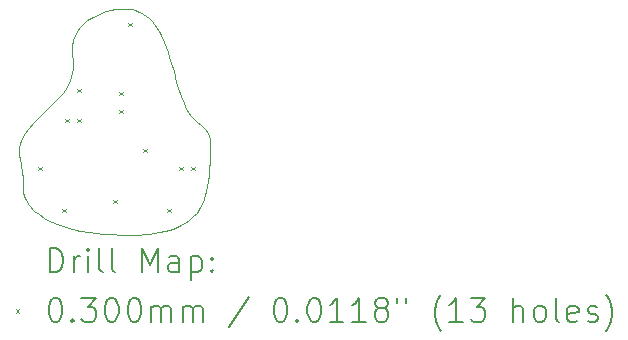
<source format=gbr>
%TF.GenerationSoftware,KiCad,Pcbnew,9.0.6*%
%TF.CreationDate,2026-01-01T02:54:19-05:00*%
%TF.ProjectId,Project Resonator Crossover Circuit PCB,50726f6a-6563-4742-9052-65736f6e6174,rev?*%
%TF.SameCoordinates,Original*%
%TF.FileFunction,Drillmap*%
%TF.FilePolarity,Positive*%
%FSLAX45Y45*%
G04 Gerber Fmt 4.5, Leading zero omitted, Abs format (unit mm)*
G04 Created by KiCad (PCBNEW 9.0.6) date 2026-01-01 02:54:19*
%MOMM*%
%LPD*%
G01*
G04 APERTURE LIST*
%ADD10C,0.050000*%
%ADD11C,0.200000*%
%ADD12C,0.100000*%
G04 APERTURE END LIST*
D10*
X15940000Y-8680000D02*
X15970000Y-8682500D01*
X15995000Y-8690000D01*
X16027500Y-8702500D01*
X16050000Y-8712500D01*
X16062500Y-8720000D01*
X16087500Y-8737500D01*
X16110000Y-8755000D01*
X16135000Y-8782500D01*
X16155000Y-8805000D01*
X16195000Y-8865000D01*
X16217500Y-8902500D01*
X16240000Y-8960000D01*
X16270000Y-9042500D01*
X16282500Y-9085000D01*
X16300000Y-9142500D01*
X16320000Y-9207500D01*
X16342500Y-9297500D01*
X16360000Y-9352500D01*
X16385000Y-9420000D01*
X16405000Y-9475000D01*
X16427500Y-9527500D01*
X16465000Y-9585000D01*
X16507500Y-9632500D01*
X16560000Y-9675000D01*
X16587500Y-9700000D01*
X16612500Y-9730000D01*
X16622500Y-9755000D01*
X16630000Y-9782500D01*
X16632500Y-9837500D01*
X16632500Y-9910000D01*
X16627500Y-9967500D01*
X16622500Y-10037500D01*
X16617500Y-10087500D01*
X16610000Y-10137500D01*
X16597500Y-10222500D01*
X16590000Y-10257500D01*
X16567500Y-10312500D01*
X16545000Y-10360000D01*
X16515000Y-10410000D01*
X16487500Y-10437500D01*
X16440000Y-10475000D01*
X16365000Y-10520000D01*
X16317500Y-10540000D01*
X16247500Y-10560000D01*
X16195000Y-10572500D01*
X16110000Y-10585000D01*
X15987500Y-10595000D01*
X15875000Y-10595000D01*
X15797500Y-10590000D01*
X15737500Y-10585000D01*
X15652500Y-10575000D01*
X15615000Y-10570000D01*
X15530000Y-10557500D01*
X15492500Y-10550000D01*
X15437500Y-10535000D01*
X15357500Y-10507500D01*
X15265000Y-10472500D01*
X15222500Y-10447500D01*
X15177500Y-10417500D01*
X15140000Y-10390000D01*
X15097500Y-10337500D01*
X15072500Y-10302500D01*
X15057500Y-10265000D01*
X15047500Y-10227500D01*
X15045000Y-10155000D01*
X15042500Y-10100000D01*
X15037500Y-10067500D01*
X15027500Y-9995000D01*
X15020000Y-9955000D01*
X15015000Y-9920000D01*
X15015000Y-9855000D01*
X15022500Y-9820000D01*
X15030000Y-9797500D01*
X15055000Y-9737500D01*
X15092500Y-9687500D01*
X15130000Y-9645000D01*
X15172500Y-9600000D01*
X15282500Y-9495000D01*
X15385000Y-9390000D01*
X15415000Y-9345000D01*
X15445000Y-9280000D01*
X15455000Y-9257500D01*
X15465000Y-9185000D01*
X15465000Y-9135000D01*
X15462500Y-9040000D01*
X15460000Y-9005000D01*
X15472500Y-8937500D01*
X15490000Y-8892500D01*
X15500000Y-8870000D01*
X15527500Y-8832500D01*
X15552500Y-8810000D01*
X15590000Y-8777500D01*
X15605000Y-8767500D01*
X15640000Y-8747500D01*
X15677500Y-8730000D01*
X15725000Y-8710000D01*
X15785000Y-8690000D01*
X15832500Y-8682500D01*
X15862500Y-8680000D01*
X15902500Y-8677500D01*
X15940000Y-8680000D01*
D11*
D12*
X15174200Y-10018000D02*
X15204200Y-10048000D01*
X15204200Y-10018000D02*
X15174200Y-10048000D01*
X15377400Y-10373600D02*
X15407400Y-10403600D01*
X15407400Y-10373600D02*
X15377400Y-10403600D01*
X15402800Y-9611600D02*
X15432800Y-9641600D01*
X15432800Y-9611600D02*
X15402800Y-9641600D01*
X15504400Y-9357600D02*
X15534400Y-9387600D01*
X15534400Y-9357600D02*
X15504400Y-9387600D01*
X15504400Y-9611600D02*
X15534400Y-9641600D01*
X15534400Y-9611600D02*
X15504400Y-9641600D01*
X15809200Y-10297400D02*
X15839200Y-10327400D01*
X15839200Y-10297400D02*
X15809200Y-10327400D01*
X15860000Y-9383000D02*
X15890000Y-9413000D01*
X15890000Y-9383000D02*
X15860000Y-9413000D01*
X15860000Y-9535400D02*
X15890000Y-9565400D01*
X15890000Y-9535400D02*
X15860000Y-9565400D01*
X15936200Y-8798800D02*
X15966200Y-8828800D01*
X15966200Y-8798800D02*
X15936200Y-8828800D01*
X16063200Y-9865600D02*
X16093200Y-9895600D01*
X16093200Y-9865600D02*
X16063200Y-9895600D01*
X16266400Y-10373600D02*
X16296400Y-10403600D01*
X16296400Y-10373600D02*
X16266400Y-10403600D01*
X16368000Y-10018000D02*
X16398000Y-10048000D01*
X16398000Y-10018000D02*
X16368000Y-10048000D01*
X16469600Y-10018000D02*
X16499600Y-10048000D01*
X16499600Y-10018000D02*
X16469600Y-10048000D01*
D11*
X15273277Y-10908984D02*
X15273277Y-10708984D01*
X15273277Y-10708984D02*
X15320896Y-10708984D01*
X15320896Y-10708984D02*
X15349467Y-10718508D01*
X15349467Y-10718508D02*
X15368515Y-10737555D01*
X15368515Y-10737555D02*
X15378039Y-10756603D01*
X15378039Y-10756603D02*
X15387562Y-10794698D01*
X15387562Y-10794698D02*
X15387562Y-10823270D01*
X15387562Y-10823270D02*
X15378039Y-10861365D01*
X15378039Y-10861365D02*
X15368515Y-10880412D01*
X15368515Y-10880412D02*
X15349467Y-10899460D01*
X15349467Y-10899460D02*
X15320896Y-10908984D01*
X15320896Y-10908984D02*
X15273277Y-10908984D01*
X15473277Y-10908984D02*
X15473277Y-10775650D01*
X15473277Y-10813746D02*
X15482801Y-10794698D01*
X15482801Y-10794698D02*
X15492324Y-10785174D01*
X15492324Y-10785174D02*
X15511372Y-10775650D01*
X15511372Y-10775650D02*
X15530420Y-10775650D01*
X15597086Y-10908984D02*
X15597086Y-10775650D01*
X15597086Y-10708984D02*
X15587562Y-10718508D01*
X15587562Y-10718508D02*
X15597086Y-10728031D01*
X15597086Y-10728031D02*
X15606610Y-10718508D01*
X15606610Y-10718508D02*
X15597086Y-10708984D01*
X15597086Y-10708984D02*
X15597086Y-10728031D01*
X15720896Y-10908984D02*
X15701848Y-10899460D01*
X15701848Y-10899460D02*
X15692324Y-10880412D01*
X15692324Y-10880412D02*
X15692324Y-10708984D01*
X15825658Y-10908984D02*
X15806610Y-10899460D01*
X15806610Y-10899460D02*
X15797086Y-10880412D01*
X15797086Y-10880412D02*
X15797086Y-10708984D01*
X16054229Y-10908984D02*
X16054229Y-10708984D01*
X16054229Y-10708984D02*
X16120896Y-10851841D01*
X16120896Y-10851841D02*
X16187562Y-10708984D01*
X16187562Y-10708984D02*
X16187562Y-10908984D01*
X16368515Y-10908984D02*
X16368515Y-10804222D01*
X16368515Y-10804222D02*
X16358991Y-10785174D01*
X16358991Y-10785174D02*
X16339943Y-10775650D01*
X16339943Y-10775650D02*
X16301848Y-10775650D01*
X16301848Y-10775650D02*
X16282801Y-10785174D01*
X16368515Y-10899460D02*
X16349467Y-10908984D01*
X16349467Y-10908984D02*
X16301848Y-10908984D01*
X16301848Y-10908984D02*
X16282801Y-10899460D01*
X16282801Y-10899460D02*
X16273277Y-10880412D01*
X16273277Y-10880412D02*
X16273277Y-10861365D01*
X16273277Y-10861365D02*
X16282801Y-10842317D01*
X16282801Y-10842317D02*
X16301848Y-10832793D01*
X16301848Y-10832793D02*
X16349467Y-10832793D01*
X16349467Y-10832793D02*
X16368515Y-10823270D01*
X16463753Y-10775650D02*
X16463753Y-10975650D01*
X16463753Y-10785174D02*
X16482801Y-10775650D01*
X16482801Y-10775650D02*
X16520896Y-10775650D01*
X16520896Y-10775650D02*
X16539943Y-10785174D01*
X16539943Y-10785174D02*
X16549467Y-10794698D01*
X16549467Y-10794698D02*
X16558991Y-10813746D01*
X16558991Y-10813746D02*
X16558991Y-10870889D01*
X16558991Y-10870889D02*
X16549467Y-10889936D01*
X16549467Y-10889936D02*
X16539943Y-10899460D01*
X16539943Y-10899460D02*
X16520896Y-10908984D01*
X16520896Y-10908984D02*
X16482801Y-10908984D01*
X16482801Y-10908984D02*
X16463753Y-10899460D01*
X16644705Y-10889936D02*
X16654229Y-10899460D01*
X16654229Y-10899460D02*
X16644705Y-10908984D01*
X16644705Y-10908984D02*
X16635182Y-10899460D01*
X16635182Y-10899460D02*
X16644705Y-10889936D01*
X16644705Y-10889936D02*
X16644705Y-10908984D01*
X16644705Y-10785174D02*
X16654229Y-10794698D01*
X16654229Y-10794698D02*
X16644705Y-10804222D01*
X16644705Y-10804222D02*
X16635182Y-10794698D01*
X16635182Y-10794698D02*
X16644705Y-10785174D01*
X16644705Y-10785174D02*
X16644705Y-10804222D01*
D12*
X14982500Y-11222500D02*
X15012500Y-11252500D01*
X15012500Y-11222500D02*
X14982500Y-11252500D01*
D11*
X15311372Y-11128984D02*
X15330420Y-11128984D01*
X15330420Y-11128984D02*
X15349467Y-11138508D01*
X15349467Y-11138508D02*
X15358991Y-11148031D01*
X15358991Y-11148031D02*
X15368515Y-11167079D01*
X15368515Y-11167079D02*
X15378039Y-11205174D01*
X15378039Y-11205174D02*
X15378039Y-11252793D01*
X15378039Y-11252793D02*
X15368515Y-11290888D01*
X15368515Y-11290888D02*
X15358991Y-11309936D01*
X15358991Y-11309936D02*
X15349467Y-11319460D01*
X15349467Y-11319460D02*
X15330420Y-11328984D01*
X15330420Y-11328984D02*
X15311372Y-11328984D01*
X15311372Y-11328984D02*
X15292324Y-11319460D01*
X15292324Y-11319460D02*
X15282801Y-11309936D01*
X15282801Y-11309936D02*
X15273277Y-11290888D01*
X15273277Y-11290888D02*
X15263753Y-11252793D01*
X15263753Y-11252793D02*
X15263753Y-11205174D01*
X15263753Y-11205174D02*
X15273277Y-11167079D01*
X15273277Y-11167079D02*
X15282801Y-11148031D01*
X15282801Y-11148031D02*
X15292324Y-11138508D01*
X15292324Y-11138508D02*
X15311372Y-11128984D01*
X15463753Y-11309936D02*
X15473277Y-11319460D01*
X15473277Y-11319460D02*
X15463753Y-11328984D01*
X15463753Y-11328984D02*
X15454229Y-11319460D01*
X15454229Y-11319460D02*
X15463753Y-11309936D01*
X15463753Y-11309936D02*
X15463753Y-11328984D01*
X15539943Y-11128984D02*
X15663753Y-11128984D01*
X15663753Y-11128984D02*
X15597086Y-11205174D01*
X15597086Y-11205174D02*
X15625658Y-11205174D01*
X15625658Y-11205174D02*
X15644705Y-11214698D01*
X15644705Y-11214698D02*
X15654229Y-11224222D01*
X15654229Y-11224222D02*
X15663753Y-11243269D01*
X15663753Y-11243269D02*
X15663753Y-11290888D01*
X15663753Y-11290888D02*
X15654229Y-11309936D01*
X15654229Y-11309936D02*
X15644705Y-11319460D01*
X15644705Y-11319460D02*
X15625658Y-11328984D01*
X15625658Y-11328984D02*
X15568515Y-11328984D01*
X15568515Y-11328984D02*
X15549467Y-11319460D01*
X15549467Y-11319460D02*
X15539943Y-11309936D01*
X15787562Y-11128984D02*
X15806610Y-11128984D01*
X15806610Y-11128984D02*
X15825658Y-11138508D01*
X15825658Y-11138508D02*
X15835182Y-11148031D01*
X15835182Y-11148031D02*
X15844705Y-11167079D01*
X15844705Y-11167079D02*
X15854229Y-11205174D01*
X15854229Y-11205174D02*
X15854229Y-11252793D01*
X15854229Y-11252793D02*
X15844705Y-11290888D01*
X15844705Y-11290888D02*
X15835182Y-11309936D01*
X15835182Y-11309936D02*
X15825658Y-11319460D01*
X15825658Y-11319460D02*
X15806610Y-11328984D01*
X15806610Y-11328984D02*
X15787562Y-11328984D01*
X15787562Y-11328984D02*
X15768515Y-11319460D01*
X15768515Y-11319460D02*
X15758991Y-11309936D01*
X15758991Y-11309936D02*
X15749467Y-11290888D01*
X15749467Y-11290888D02*
X15739943Y-11252793D01*
X15739943Y-11252793D02*
X15739943Y-11205174D01*
X15739943Y-11205174D02*
X15749467Y-11167079D01*
X15749467Y-11167079D02*
X15758991Y-11148031D01*
X15758991Y-11148031D02*
X15768515Y-11138508D01*
X15768515Y-11138508D02*
X15787562Y-11128984D01*
X15978039Y-11128984D02*
X15997086Y-11128984D01*
X15997086Y-11128984D02*
X16016134Y-11138508D01*
X16016134Y-11138508D02*
X16025658Y-11148031D01*
X16025658Y-11148031D02*
X16035182Y-11167079D01*
X16035182Y-11167079D02*
X16044705Y-11205174D01*
X16044705Y-11205174D02*
X16044705Y-11252793D01*
X16044705Y-11252793D02*
X16035182Y-11290888D01*
X16035182Y-11290888D02*
X16025658Y-11309936D01*
X16025658Y-11309936D02*
X16016134Y-11319460D01*
X16016134Y-11319460D02*
X15997086Y-11328984D01*
X15997086Y-11328984D02*
X15978039Y-11328984D01*
X15978039Y-11328984D02*
X15958991Y-11319460D01*
X15958991Y-11319460D02*
X15949467Y-11309936D01*
X15949467Y-11309936D02*
X15939943Y-11290888D01*
X15939943Y-11290888D02*
X15930420Y-11252793D01*
X15930420Y-11252793D02*
X15930420Y-11205174D01*
X15930420Y-11205174D02*
X15939943Y-11167079D01*
X15939943Y-11167079D02*
X15949467Y-11148031D01*
X15949467Y-11148031D02*
X15958991Y-11138508D01*
X15958991Y-11138508D02*
X15978039Y-11128984D01*
X16130420Y-11328984D02*
X16130420Y-11195650D01*
X16130420Y-11214698D02*
X16139943Y-11205174D01*
X16139943Y-11205174D02*
X16158991Y-11195650D01*
X16158991Y-11195650D02*
X16187563Y-11195650D01*
X16187563Y-11195650D02*
X16206610Y-11205174D01*
X16206610Y-11205174D02*
X16216134Y-11224222D01*
X16216134Y-11224222D02*
X16216134Y-11328984D01*
X16216134Y-11224222D02*
X16225658Y-11205174D01*
X16225658Y-11205174D02*
X16244705Y-11195650D01*
X16244705Y-11195650D02*
X16273277Y-11195650D01*
X16273277Y-11195650D02*
X16292324Y-11205174D01*
X16292324Y-11205174D02*
X16301848Y-11224222D01*
X16301848Y-11224222D02*
X16301848Y-11328984D01*
X16397086Y-11328984D02*
X16397086Y-11195650D01*
X16397086Y-11214698D02*
X16406610Y-11205174D01*
X16406610Y-11205174D02*
X16425658Y-11195650D01*
X16425658Y-11195650D02*
X16454229Y-11195650D01*
X16454229Y-11195650D02*
X16473277Y-11205174D01*
X16473277Y-11205174D02*
X16482801Y-11224222D01*
X16482801Y-11224222D02*
X16482801Y-11328984D01*
X16482801Y-11224222D02*
X16492324Y-11205174D01*
X16492324Y-11205174D02*
X16511372Y-11195650D01*
X16511372Y-11195650D02*
X16539943Y-11195650D01*
X16539943Y-11195650D02*
X16558991Y-11205174D01*
X16558991Y-11205174D02*
X16568515Y-11224222D01*
X16568515Y-11224222D02*
X16568515Y-11328984D01*
X16958991Y-11119460D02*
X16787563Y-11376603D01*
X17216134Y-11128984D02*
X17235182Y-11128984D01*
X17235182Y-11128984D02*
X17254229Y-11138508D01*
X17254229Y-11138508D02*
X17263753Y-11148031D01*
X17263753Y-11148031D02*
X17273277Y-11167079D01*
X17273277Y-11167079D02*
X17282801Y-11205174D01*
X17282801Y-11205174D02*
X17282801Y-11252793D01*
X17282801Y-11252793D02*
X17273277Y-11290888D01*
X17273277Y-11290888D02*
X17263753Y-11309936D01*
X17263753Y-11309936D02*
X17254229Y-11319460D01*
X17254229Y-11319460D02*
X17235182Y-11328984D01*
X17235182Y-11328984D02*
X17216134Y-11328984D01*
X17216134Y-11328984D02*
X17197087Y-11319460D01*
X17197087Y-11319460D02*
X17187563Y-11309936D01*
X17187563Y-11309936D02*
X17178039Y-11290888D01*
X17178039Y-11290888D02*
X17168515Y-11252793D01*
X17168515Y-11252793D02*
X17168515Y-11205174D01*
X17168515Y-11205174D02*
X17178039Y-11167079D01*
X17178039Y-11167079D02*
X17187563Y-11148031D01*
X17187563Y-11148031D02*
X17197087Y-11138508D01*
X17197087Y-11138508D02*
X17216134Y-11128984D01*
X17368515Y-11309936D02*
X17378039Y-11319460D01*
X17378039Y-11319460D02*
X17368515Y-11328984D01*
X17368515Y-11328984D02*
X17358991Y-11319460D01*
X17358991Y-11319460D02*
X17368515Y-11309936D01*
X17368515Y-11309936D02*
X17368515Y-11328984D01*
X17501848Y-11128984D02*
X17520896Y-11128984D01*
X17520896Y-11128984D02*
X17539944Y-11138508D01*
X17539944Y-11138508D02*
X17549468Y-11148031D01*
X17549468Y-11148031D02*
X17558991Y-11167079D01*
X17558991Y-11167079D02*
X17568515Y-11205174D01*
X17568515Y-11205174D02*
X17568515Y-11252793D01*
X17568515Y-11252793D02*
X17558991Y-11290888D01*
X17558991Y-11290888D02*
X17549468Y-11309936D01*
X17549468Y-11309936D02*
X17539944Y-11319460D01*
X17539944Y-11319460D02*
X17520896Y-11328984D01*
X17520896Y-11328984D02*
X17501848Y-11328984D01*
X17501848Y-11328984D02*
X17482801Y-11319460D01*
X17482801Y-11319460D02*
X17473277Y-11309936D01*
X17473277Y-11309936D02*
X17463753Y-11290888D01*
X17463753Y-11290888D02*
X17454229Y-11252793D01*
X17454229Y-11252793D02*
X17454229Y-11205174D01*
X17454229Y-11205174D02*
X17463753Y-11167079D01*
X17463753Y-11167079D02*
X17473277Y-11148031D01*
X17473277Y-11148031D02*
X17482801Y-11138508D01*
X17482801Y-11138508D02*
X17501848Y-11128984D01*
X17758991Y-11328984D02*
X17644706Y-11328984D01*
X17701848Y-11328984D02*
X17701848Y-11128984D01*
X17701848Y-11128984D02*
X17682801Y-11157555D01*
X17682801Y-11157555D02*
X17663753Y-11176603D01*
X17663753Y-11176603D02*
X17644706Y-11186127D01*
X17949468Y-11328984D02*
X17835182Y-11328984D01*
X17892325Y-11328984D02*
X17892325Y-11128984D01*
X17892325Y-11128984D02*
X17873277Y-11157555D01*
X17873277Y-11157555D02*
X17854229Y-11176603D01*
X17854229Y-11176603D02*
X17835182Y-11186127D01*
X18063753Y-11214698D02*
X18044706Y-11205174D01*
X18044706Y-11205174D02*
X18035182Y-11195650D01*
X18035182Y-11195650D02*
X18025658Y-11176603D01*
X18025658Y-11176603D02*
X18025658Y-11167079D01*
X18025658Y-11167079D02*
X18035182Y-11148031D01*
X18035182Y-11148031D02*
X18044706Y-11138508D01*
X18044706Y-11138508D02*
X18063753Y-11128984D01*
X18063753Y-11128984D02*
X18101849Y-11128984D01*
X18101849Y-11128984D02*
X18120896Y-11138508D01*
X18120896Y-11138508D02*
X18130420Y-11148031D01*
X18130420Y-11148031D02*
X18139944Y-11167079D01*
X18139944Y-11167079D02*
X18139944Y-11176603D01*
X18139944Y-11176603D02*
X18130420Y-11195650D01*
X18130420Y-11195650D02*
X18120896Y-11205174D01*
X18120896Y-11205174D02*
X18101849Y-11214698D01*
X18101849Y-11214698D02*
X18063753Y-11214698D01*
X18063753Y-11214698D02*
X18044706Y-11224222D01*
X18044706Y-11224222D02*
X18035182Y-11233746D01*
X18035182Y-11233746D02*
X18025658Y-11252793D01*
X18025658Y-11252793D02*
X18025658Y-11290888D01*
X18025658Y-11290888D02*
X18035182Y-11309936D01*
X18035182Y-11309936D02*
X18044706Y-11319460D01*
X18044706Y-11319460D02*
X18063753Y-11328984D01*
X18063753Y-11328984D02*
X18101849Y-11328984D01*
X18101849Y-11328984D02*
X18120896Y-11319460D01*
X18120896Y-11319460D02*
X18130420Y-11309936D01*
X18130420Y-11309936D02*
X18139944Y-11290888D01*
X18139944Y-11290888D02*
X18139944Y-11252793D01*
X18139944Y-11252793D02*
X18130420Y-11233746D01*
X18130420Y-11233746D02*
X18120896Y-11224222D01*
X18120896Y-11224222D02*
X18101849Y-11214698D01*
X18216134Y-11128984D02*
X18216134Y-11167079D01*
X18292325Y-11128984D02*
X18292325Y-11167079D01*
X18587563Y-11405174D02*
X18578039Y-11395650D01*
X18578039Y-11395650D02*
X18558991Y-11367079D01*
X18558991Y-11367079D02*
X18549468Y-11348031D01*
X18549468Y-11348031D02*
X18539944Y-11319460D01*
X18539944Y-11319460D02*
X18530420Y-11271841D01*
X18530420Y-11271841D02*
X18530420Y-11233746D01*
X18530420Y-11233746D02*
X18539944Y-11186127D01*
X18539944Y-11186127D02*
X18549468Y-11157555D01*
X18549468Y-11157555D02*
X18558991Y-11138508D01*
X18558991Y-11138508D02*
X18578039Y-11109936D01*
X18578039Y-11109936D02*
X18587563Y-11100412D01*
X18768515Y-11328984D02*
X18654230Y-11328984D01*
X18711372Y-11328984D02*
X18711372Y-11128984D01*
X18711372Y-11128984D02*
X18692325Y-11157555D01*
X18692325Y-11157555D02*
X18673277Y-11176603D01*
X18673277Y-11176603D02*
X18654230Y-11186127D01*
X18835182Y-11128984D02*
X18958991Y-11128984D01*
X18958991Y-11128984D02*
X18892325Y-11205174D01*
X18892325Y-11205174D02*
X18920896Y-11205174D01*
X18920896Y-11205174D02*
X18939944Y-11214698D01*
X18939944Y-11214698D02*
X18949468Y-11224222D01*
X18949468Y-11224222D02*
X18958991Y-11243269D01*
X18958991Y-11243269D02*
X18958991Y-11290888D01*
X18958991Y-11290888D02*
X18949468Y-11309936D01*
X18949468Y-11309936D02*
X18939944Y-11319460D01*
X18939944Y-11319460D02*
X18920896Y-11328984D01*
X18920896Y-11328984D02*
X18863753Y-11328984D01*
X18863753Y-11328984D02*
X18844706Y-11319460D01*
X18844706Y-11319460D02*
X18835182Y-11309936D01*
X19197087Y-11328984D02*
X19197087Y-11128984D01*
X19282801Y-11328984D02*
X19282801Y-11224222D01*
X19282801Y-11224222D02*
X19273277Y-11205174D01*
X19273277Y-11205174D02*
X19254230Y-11195650D01*
X19254230Y-11195650D02*
X19225658Y-11195650D01*
X19225658Y-11195650D02*
X19206611Y-11205174D01*
X19206611Y-11205174D02*
X19197087Y-11214698D01*
X19406611Y-11328984D02*
X19387563Y-11319460D01*
X19387563Y-11319460D02*
X19378039Y-11309936D01*
X19378039Y-11309936D02*
X19368515Y-11290888D01*
X19368515Y-11290888D02*
X19368515Y-11233746D01*
X19368515Y-11233746D02*
X19378039Y-11214698D01*
X19378039Y-11214698D02*
X19387563Y-11205174D01*
X19387563Y-11205174D02*
X19406611Y-11195650D01*
X19406611Y-11195650D02*
X19435182Y-11195650D01*
X19435182Y-11195650D02*
X19454230Y-11205174D01*
X19454230Y-11205174D02*
X19463753Y-11214698D01*
X19463753Y-11214698D02*
X19473277Y-11233746D01*
X19473277Y-11233746D02*
X19473277Y-11290888D01*
X19473277Y-11290888D02*
X19463753Y-11309936D01*
X19463753Y-11309936D02*
X19454230Y-11319460D01*
X19454230Y-11319460D02*
X19435182Y-11328984D01*
X19435182Y-11328984D02*
X19406611Y-11328984D01*
X19587563Y-11328984D02*
X19568515Y-11319460D01*
X19568515Y-11319460D02*
X19558992Y-11300412D01*
X19558992Y-11300412D02*
X19558992Y-11128984D01*
X19739944Y-11319460D02*
X19720896Y-11328984D01*
X19720896Y-11328984D02*
X19682801Y-11328984D01*
X19682801Y-11328984D02*
X19663753Y-11319460D01*
X19663753Y-11319460D02*
X19654230Y-11300412D01*
X19654230Y-11300412D02*
X19654230Y-11224222D01*
X19654230Y-11224222D02*
X19663753Y-11205174D01*
X19663753Y-11205174D02*
X19682801Y-11195650D01*
X19682801Y-11195650D02*
X19720896Y-11195650D01*
X19720896Y-11195650D02*
X19739944Y-11205174D01*
X19739944Y-11205174D02*
X19749468Y-11224222D01*
X19749468Y-11224222D02*
X19749468Y-11243269D01*
X19749468Y-11243269D02*
X19654230Y-11262317D01*
X19825658Y-11319460D02*
X19844706Y-11328984D01*
X19844706Y-11328984D02*
X19882801Y-11328984D01*
X19882801Y-11328984D02*
X19901849Y-11319460D01*
X19901849Y-11319460D02*
X19911373Y-11300412D01*
X19911373Y-11300412D02*
X19911373Y-11290888D01*
X19911373Y-11290888D02*
X19901849Y-11271841D01*
X19901849Y-11271841D02*
X19882801Y-11262317D01*
X19882801Y-11262317D02*
X19854230Y-11262317D01*
X19854230Y-11262317D02*
X19835182Y-11252793D01*
X19835182Y-11252793D02*
X19825658Y-11233746D01*
X19825658Y-11233746D02*
X19825658Y-11224222D01*
X19825658Y-11224222D02*
X19835182Y-11205174D01*
X19835182Y-11205174D02*
X19854230Y-11195650D01*
X19854230Y-11195650D02*
X19882801Y-11195650D01*
X19882801Y-11195650D02*
X19901849Y-11205174D01*
X19978039Y-11405174D02*
X19987563Y-11395650D01*
X19987563Y-11395650D02*
X20006611Y-11367079D01*
X20006611Y-11367079D02*
X20016134Y-11348031D01*
X20016134Y-11348031D02*
X20025658Y-11319460D01*
X20025658Y-11319460D02*
X20035182Y-11271841D01*
X20035182Y-11271841D02*
X20035182Y-11233746D01*
X20035182Y-11233746D02*
X20025658Y-11186127D01*
X20025658Y-11186127D02*
X20016134Y-11157555D01*
X20016134Y-11157555D02*
X20006611Y-11138508D01*
X20006611Y-11138508D02*
X19987563Y-11109936D01*
X19987563Y-11109936D02*
X19978039Y-11100412D01*
M02*

</source>
